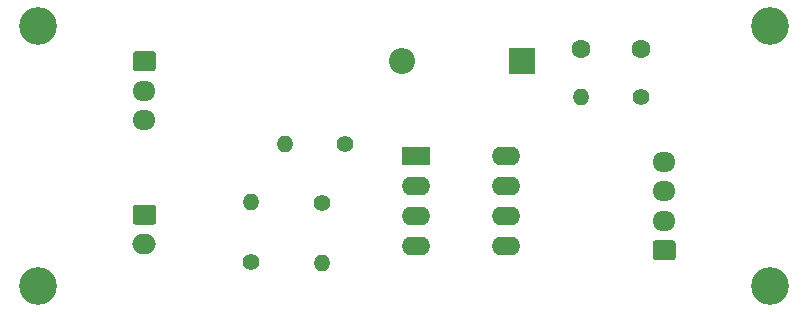
<source format=gbr>
%TF.GenerationSoftware,KiCad,Pcbnew,5.1.10-88a1d61d58~90~ubuntu20.04.1*%
%TF.CreationDate,2022-03-31T22:16:58+01:00*%
%TF.ProjectId,piezo_amplifier,7069657a-6f5f-4616-9d70-6c6966696572,rev?*%
%TF.SameCoordinates,Original*%
%TF.FileFunction,Soldermask,Top*%
%TF.FilePolarity,Negative*%
%FSLAX46Y46*%
G04 Gerber Fmt 4.6, Leading zero omitted, Abs format (unit mm)*
G04 Created by KiCad (PCBNEW 5.1.10-88a1d61d58~90~ubuntu20.04.1) date 2022-03-31 22:16:58*
%MOMM*%
%LPD*%
G01*
G04 APERTURE LIST*
%ADD10C,1.400000*%
%ADD11O,1.400000X1.400000*%
%ADD12C,1.600000*%
%ADD13R,2.200000X2.200000*%
%ADD14O,2.200000X2.200000*%
%ADD15C,3.200000*%
%ADD16O,2.000000X1.700000*%
%ADD17O,1.950000X1.700000*%
%ADD18R,2.400000X1.600000*%
%ADD19O,2.400000X1.600000*%
G04 APERTURE END LIST*
D10*
%TO.C,R3*%
X97000000Y-117000000D03*
D11*
X91920000Y-117000000D03*
%TD*%
D12*
%TO.C,C1*%
X122000000Y-109000000D03*
X117000000Y-109000000D03*
%TD*%
D13*
%TO.C,D1*%
X112000000Y-110000000D03*
D14*
X101840000Y-110000000D03*
%TD*%
D15*
%TO.C,H1*%
X71000000Y-107000000D03*
%TD*%
%TO.C,H2*%
X71000000Y-129000000D03*
%TD*%
%TO.C,H3*%
X133000000Y-107000000D03*
%TD*%
%TO.C,H4*%
X133000000Y-129000000D03*
%TD*%
%TO.C,J1*%
G36*
G01*
X79250000Y-122150000D02*
X80750000Y-122150000D01*
G75*
G02*
X81000000Y-122400000I0J-250000D01*
G01*
X81000000Y-123600000D01*
G75*
G02*
X80750000Y-123850000I-250000J0D01*
G01*
X79250000Y-123850000D01*
G75*
G02*
X79000000Y-123600000I0J250000D01*
G01*
X79000000Y-122400000D01*
G75*
G02*
X79250000Y-122150000I250000J0D01*
G01*
G37*
D16*
X80000000Y-125500000D03*
%TD*%
%TO.C,J2*%
G36*
G01*
X124725000Y-126850000D02*
X123275000Y-126850000D01*
G75*
G02*
X123025000Y-126600000I0J250000D01*
G01*
X123025000Y-125400000D01*
G75*
G02*
X123275000Y-125150000I250000J0D01*
G01*
X124725000Y-125150000D01*
G75*
G02*
X124975000Y-125400000I0J-250000D01*
G01*
X124975000Y-126600000D01*
G75*
G02*
X124725000Y-126850000I-250000J0D01*
G01*
G37*
D17*
X124000000Y-123500000D03*
X124000000Y-121000000D03*
X124000000Y-118500000D03*
%TD*%
D11*
%TO.C,R1*%
X89000000Y-121920000D03*
D10*
X89000000Y-127000000D03*
%TD*%
%TO.C,R2*%
X95000000Y-122000000D03*
D11*
X95000000Y-127080000D03*
%TD*%
%TO.C,R4*%
X116920000Y-113000000D03*
D10*
X122000000Y-113000000D03*
%TD*%
%TO.C,RV1*%
G36*
G01*
X79275000Y-109150000D02*
X80725000Y-109150000D01*
G75*
G02*
X80975000Y-109400000I0J-250000D01*
G01*
X80975000Y-110600000D01*
G75*
G02*
X80725000Y-110850000I-250000J0D01*
G01*
X79275000Y-110850000D01*
G75*
G02*
X79025000Y-110600000I0J250000D01*
G01*
X79025000Y-109400000D01*
G75*
G02*
X79275000Y-109150000I250000J0D01*
G01*
G37*
D17*
X80000000Y-112500000D03*
X80000000Y-115000000D03*
%TD*%
D18*
%TO.C,U1*%
X103000000Y-118000000D03*
D19*
X110620000Y-125620000D03*
X103000000Y-120540000D03*
X110620000Y-123080000D03*
X103000000Y-123080000D03*
X110620000Y-120540000D03*
X103000000Y-125620000D03*
X110620000Y-118000000D03*
%TD*%
M02*

</source>
